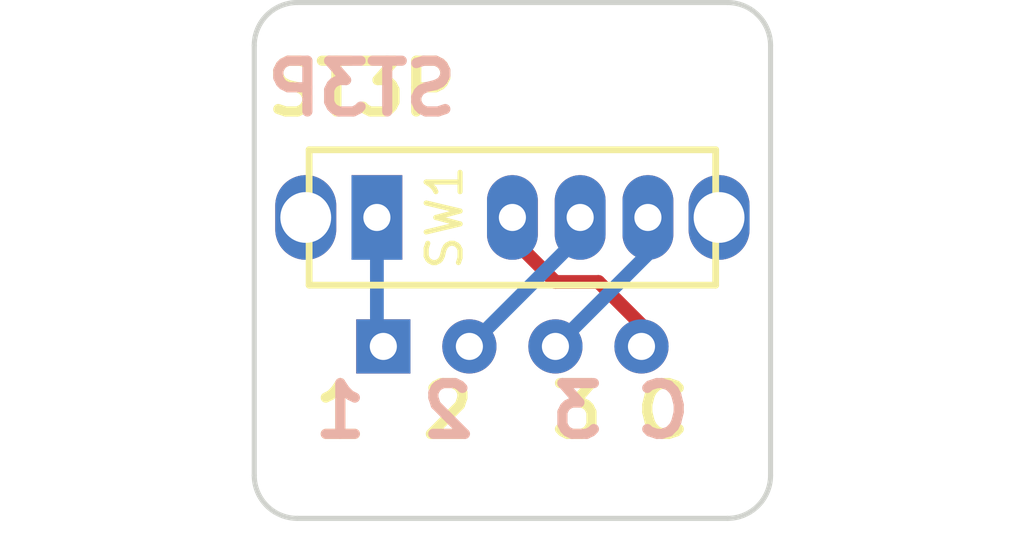
<source format=kicad_pcb>
(kicad_pcb (version 4) (host pcbnew 4.0.6)

  (general
    (links 4)
    (no_connects 0)
    (area 142.164999 92.634999 157.555001 108.025001)
    (thickness 1.6)
    (drawings 18)
    (tracks 11)
    (zones 0)
    (modules 4)
    (nets 5)
  )

  (page A4)
  (layers
    (0 F.Cu signal)
    (31 B.Cu signal)
    (32 B.Adhes user)
    (33 F.Adhes user)
    (34 B.Paste user)
    (35 F.Paste user)
    (36 B.SilkS user)
    (37 F.SilkS user)
    (38 B.Mask user)
    (39 F.Mask user)
    (40 Dwgs.User user)
    (41 Cmts.User user)
    (42 Eco1.User user)
    (43 Eco2.User user)
    (44 Edge.Cuts user)
    (45 Margin user)
    (46 B.CrtYd user)
    (47 F.CrtYd user)
    (48 B.Fab user)
    (49 F.Fab user)
  )

  (setup
    (last_trace_width 0.4064)
    (user_trace_width 0.4064)
    (trace_clearance 0.2)
    (zone_clearance 0.508)
    (zone_45_only no)
    (trace_min 0.2)
    (segment_width 0.2)
    (edge_width 0.15)
    (via_size 0.6)
    (via_drill 0.4)
    (via_min_size 0.4)
    (via_min_drill 0.3)
    (uvia_size 0.3)
    (uvia_drill 0.1)
    (uvias_allowed no)
    (uvia_min_size 0.2)
    (uvia_min_drill 0.1)
    (pcb_text_width 0.3)
    (pcb_text_size 1.5 1.5)
    (mod_edge_width 0.15)
    (mod_text_size 1 1)
    (mod_text_width 0.15)
    (pad_size 1.524 1.524)
    (pad_drill 0.762)
    (pad_to_mask_clearance 0)
    (aux_axis_origin 0 0)
    (visible_elements 7FFFFFFF)
    (pcbplotparams
      (layerselection 0x010f0_80000001)
      (usegerberextensions true)
      (excludeedgelayer true)
      (linewidth 0.100000)
      (plotframeref false)
      (viasonmask false)
      (mode 1)
      (useauxorigin false)
      (hpglpennumber 1)
      (hpglpenspeed 20)
      (hpglpendiameter 15)
      (hpglpenoverlay 2)
      (psnegative false)
      (psa4output false)
      (plotreference true)
      (plotvalue true)
      (plotinvisibletext false)
      (padsonsilk false)
      (subtractmaskfromsilk false)
      (outputformat 1)
      (mirror false)
      (drillshape 0)
      (scaleselection 1)
      (outputdirectory gerbers/))
  )

  (net 0 "")
  (net 1 "Net-(J1-Pad1)")
  (net 2 "Net-(J1-Pad2)")
  (net 3 "Net-(J1-Pad3)")
  (net 4 "Net-(J1-Pad4)")

  (net_class Default "This is the default net class."
    (clearance 0.2)
    (trace_width 0.25)
    (via_dia 0.6)
    (via_drill 0.4)
    (uvia_dia 0.3)
    (uvia_drill 0.1)
    (add_net "Net-(J1-Pad1)")
    (add_net "Net-(J1-Pad2)")
    (add_net "Net-(J1-Pad3)")
    (add_net "Net-(J1-Pad4)")
  )

  (module footprints:R_Array_SIP4 (layer F.Cu) (tedit 5CD0A947) (tstamp 5CD0A81F)
    (at 146.05 102.87)
    (descr "4-pin Resistor SIP pack")
    (tags R)
    (path /5CD0A467)
    (fp_text reference J1 (at 5.08 -2.4) (layer F.SilkS) hide
      (effects (font (size 1 1) (thickness 0.15)))
    )
    (fp_text value CONN_01X04 (at 5.08 2.4) (layer F.Fab)
      (effects (font (size 1 1) (thickness 0.15)))
    )
    (fp_line (start -1.7 -1.65) (end -1.7 1.65) (layer F.CrtYd) (width 0.05))
    (fp_line (start -1.7 1.65) (end 9.35 1.65) (layer F.CrtYd) (width 0.05))
    (fp_line (start 9.35 1.65) (end 9.35 -1.65) (layer F.CrtYd) (width 0.05))
    (fp_line (start 9.35 -1.65) (end -1.7 -1.65) (layer F.CrtYd) (width 0.05))
    (pad 1 thru_hole rect (at 0 0) (size 1.6 1.6) (drill 0.8) (layers *.Cu *.Mask)
      (net 1 "Net-(J1-Pad1)"))
    (pad 2 thru_hole oval (at 2.54 0) (size 1.6 1.6) (drill 0.8) (layers *.Cu *.Mask)
      (net 2 "Net-(J1-Pad2)"))
    (pad 3 thru_hole oval (at 5.08 0) (size 1.6 1.6) (drill 0.8) (layers *.Cu *.Mask)
      (net 3 "Net-(J1-Pad3)"))
    (pad 4 thru_hole oval (at 7.62 0) (size 1.6 1.6) (drill 0.8) (layers *.Cu *.Mask)
      (net 4 "Net-(J1-Pad4)"))
    (model ${KISYS3DMOD}/Resistors_THT.3dshapes/R_Array_SIP4.wrl
      (at (xyz 0 0 0))
      (scale (xyz 0.39 0.39 0.39))
      (rotate (xyz 0 0 0))
    )
  )

  (module Pin_Headers:Pin_Header_Straight_1x01_Pitch2.54mm (layer F.Cu) (tedit 5CD0A812) (tstamp 5CD0AA0B)
    (at 149.86 105.41)
    (descr "Through hole straight pin header, 1x01, 2.54mm pitch, single row")
    (tags "Through hole pin header THT 1x01 2.54mm single row")
    (fp_text reference REF** (at 0 -2.33) (layer F.SilkS) hide
      (effects (font (size 1 1) (thickness 0.15)))
    )
    (fp_text value Pin_Header_Straight_1x01_Pitch2.54mm (at 0 2.33) (layer F.Fab)
      (effects (font (size 1 1) (thickness 0.15)))
    )
    (fp_line (start -1.8 -1.8) (end -1.8 1.8) (layer F.CrtYd) (width 0.05))
    (fp_line (start -1.8 1.8) (end 1.8 1.8) (layer F.CrtYd) (width 0.05))
    (fp_line (start 1.8 1.8) (end 1.8 -1.8) (layer F.CrtYd) (width 0.05))
    (fp_line (start 1.8 -1.8) (end -1.8 -1.8) (layer F.CrtYd) (width 0.05))
    (fp_text user %R (at 0 0 90) (layer F.Fab)
      (effects (font (size 1 1) (thickness 0.15)))
    )
    (pad "" np_thru_hole circle (at 0 0) (size 2.5 2.5) (drill 2.5) (layers *.Cu *.Mask))
    (model ${KISYS3DMOD}/Pin_Headers.3dshapes/Pin_Header_Straight_1x01_Pitch2.54mm.wrl
      (at (xyz 0 0 0))
      (scale (xyz 1 1 1))
      (rotate (xyz 0 0 0))
    )
  )

  (module Pin_Headers:Pin_Header_Straight_1x01_Pitch2.54mm (layer F.Cu) (tedit 5CD0A812) (tstamp 5CD0A8D5)
    (at 149.86 95.25)
    (descr "Through hole straight pin header, 1x01, 2.54mm pitch, single row")
    (tags "Through hole pin header THT 1x01 2.54mm single row")
    (fp_text reference REF** (at 0 -2.33) (layer F.SilkS) hide
      (effects (font (size 1 1) (thickness 0.15)))
    )
    (fp_text value Pin_Header_Straight_1x01_Pitch2.54mm (at 0 2.33) (layer F.Fab)
      (effects (font (size 1 1) (thickness 0.15)))
    )
    (fp_line (start -1.8 -1.8) (end -1.8 1.8) (layer F.CrtYd) (width 0.05))
    (fp_line (start -1.8 1.8) (end 1.8 1.8) (layer F.CrtYd) (width 0.05))
    (fp_line (start 1.8 1.8) (end 1.8 -1.8) (layer F.CrtYd) (width 0.05))
    (fp_line (start 1.8 -1.8) (end -1.8 -1.8) (layer F.CrtYd) (width 0.05))
    (fp_text user %R (at 0 0 90) (layer F.Fab)
      (effects (font (size 1 1) (thickness 0.15)))
    )
    (pad "" np_thru_hole circle (at 0 0) (size 2.5 2.5) (drill 2.5) (layers *.Cu *.Mask))
    (model ${KISYS3DMOD}/Pin_Headers.3dshapes/Pin_Header_Straight_1x01_Pitch2.54mm.wrl
      (at (xyz 0 0 0))
      (scale (xyz 1 1 1))
      (rotate (xyz 0 0 0))
    )
  )

  (module footprints:SW_SP3T (layer F.Cu) (tedit 5CD0A67B) (tstamp 5CD0A82E)
    (at 149.86 99.06)
    (descr "CuK miniature slide switch, OS series, SPDT, right angle, http://www.ckswitches.com/media/1428/os.pdf")
    (tags "switch SPDT")
    (path /5CD0A5DB)
    (fp_text reference SW1 (at -2 0 90) (layer F.SilkS)
      (effects (font (size 1 1) (thickness 0.15)))
    )
    (fp_text value SW_SP3T (at 0 3) (layer F.Fab)
      (effects (font (size 1 1) (thickness 0.15)))
    )
    (fp_line (start -6 -2) (end -6 2) (layer F.SilkS) (width 0.2))
    (fp_line (start -6 2) (end 6 2) (layer F.SilkS) (width 0.2))
    (fp_line (start 6 2) (end 6 -2) (layer F.SilkS) (width 0.2))
    (fp_line (start 6 -2) (end -6 -2) (layer F.SilkS) (width 0.2))
    (fp_text user %R (at 2.3 1.7) (layer F.Fab)
      (effects (font (size 0.5 0.5) (thickness 0.1)))
    )
    (pad 5 thru_hole oval (at -6.1 0) (size 1.8 2.5) (drill 1.5) (layers *.Cu *.Mask))
    (pad 4 thru_hole oval (at 4 0) (size 1.5 2.5) (drill 0.8) (layers *.Cu *.Mask)
      (net 3 "Net-(J1-Pad3)"))
    (pad 1 thru_hole rect (at -4 0) (size 1.5 2.5) (drill 0.8) (layers *.Cu *.Mask)
      (net 1 "Net-(J1-Pad1)"))
    (pad 2 thru_hole oval (at 0 0) (size 1.5 2.5) (drill 0.8) (layers *.Cu *.Mask)
      (net 4 "Net-(J1-Pad4)"))
    (pad 3 thru_hole oval (at 2 0) (size 1.5 2.5) (drill 0.8) (layers *.Cu *.Mask)
      (net 2 "Net-(J1-Pad2)"))
    (pad 5 thru_hole oval (at 6.1 0) (size 1.8 2.5) (drill 1.5) (layers *.Cu *.Mask))
    (model ${KISYS3DMOD}/Buttons_Switches_THT.3dshapes/SW_CuK_OS102011MA1QN1_SPDT_Angled.wrl
      (at (xyz 0 0 0))
      (scale (xyz 1 1 1))
      (rotate (xyz 0 0 0))
    )
  )

  (gr_text ST3P (at 145.415 95.25) (layer F.SilkS)
    (effects (font (size 1.5 1.5) (thickness 0.3)))
  )
  (gr_text ST3P (at 145.415 95.25) (layer B.SilkS)
    (effects (font (size 1.5 1.5) (thickness 0.3)) (justify mirror))
  )
  (gr_text C (at 154.305 104.775) (layer B.SilkS)
    (effects (font (size 1.5 1.5) (thickness 0.3)) (justify mirror))
  )
  (gr_text 3 (at 151.765 104.775) (layer B.SilkS)
    (effects (font (size 1.5 1.5) (thickness 0.3)) (justify mirror))
  )
  (gr_text 2 (at 147.955 104.775) (layer B.SilkS)
    (effects (font (size 1.5 1.5) (thickness 0.3)) (justify mirror))
  )
  (gr_text 1 (at 144.78 104.775) (layer B.SilkS)
    (effects (font (size 1.5 1.5) (thickness 0.3)) (justify mirror))
  )
  (gr_text C (at 154.305 104.775) (layer F.SilkS)
    (effects (font (size 1.5 1.5) (thickness 0.3)))
  )
  (gr_text 3 (at 151.765 104.775) (layer F.SilkS)
    (effects (font (size 1.5 1.5) (thickness 0.3)))
  )
  (gr_text 2 (at 147.955 104.775) (layer F.SilkS)
    (effects (font (size 1.5 1.5) (thickness 0.3)))
  )
  (gr_text 1 (at 144.78 104.775) (layer F.SilkS)
    (effects (font (size 1.5 1.5) (thickness 0.3)))
  )
  (gr_arc (start 143.51 106.68) (end 143.51 107.95) (angle 90) (layer Edge.Cuts) (width 0.15))
  (gr_arc (start 156.21 106.68) (end 157.48 106.68) (angle 90) (layer Edge.Cuts) (width 0.15))
  (gr_arc (start 156.21 93.98) (end 156.21 92.71) (angle 90) (layer Edge.Cuts) (width 0.15))
  (gr_arc (start 143.51 93.98) (end 142.24 93.98) (angle 90) (layer Edge.Cuts) (width 0.15))
  (gr_line (start 142.24 106.68) (end 142.24 93.98) (angle 90) (layer Edge.Cuts) (width 0.15))
  (gr_line (start 156.21 107.95) (end 143.51 107.95) (angle 90) (layer Edge.Cuts) (width 0.15))
  (gr_line (start 157.48 93.98) (end 157.48 106.68) (angle 90) (layer Edge.Cuts) (width 0.15))
  (gr_line (start 143.51 92.71) (end 156.21 92.71) (angle 90) (layer Edge.Cuts) (width 0.15))

  (segment (start 145.86 99.06) (end 145.86 102.68) (width 0.4064) (layer B.Cu) (net 1))
  (segment (start 145.86 102.68) (end 146.05 102.87) (width 0.4064) (layer B.Cu) (net 1) (tstamp 5CD0A879))
  (segment (start 151.86 99.06) (end 151.86 99.6) (width 0.4064) (layer B.Cu) (net 2))
  (segment (start 151.86 99.6) (end 148.59 102.87) (width 0.4064) (layer B.Cu) (net 2) (tstamp 5CD0A87F))
  (segment (start 153.86 99.06) (end 153.86 100.14) (width 0.4064) (layer B.Cu) (net 3))
  (segment (start 153.86 100.14) (end 151.13 102.87) (width 0.4064) (layer B.Cu) (net 3) (tstamp 5CD0A882))
  (segment (start 149.86 99.06) (end 149.86 99.695) (width 0.4064) (layer F.Cu) (net 4))
  (segment (start 149.86 99.695) (end 151.13 100.965) (width 0.4064) (layer F.Cu) (net 4) (tstamp 5CD0A887))
  (segment (start 151.13 100.965) (end 152.4 100.965) (width 0.4064) (layer F.Cu) (net 4) (tstamp 5CD0A888))
  (segment (start 152.4 100.965) (end 153.67 102.235) (width 0.4064) (layer F.Cu) (net 4) (tstamp 5CD0A889))
  (segment (start 153.67 102.235) (end 153.67 102.87) (width 0.4064) (layer F.Cu) (net 4) (tstamp 5CD0A88A))

)

</source>
